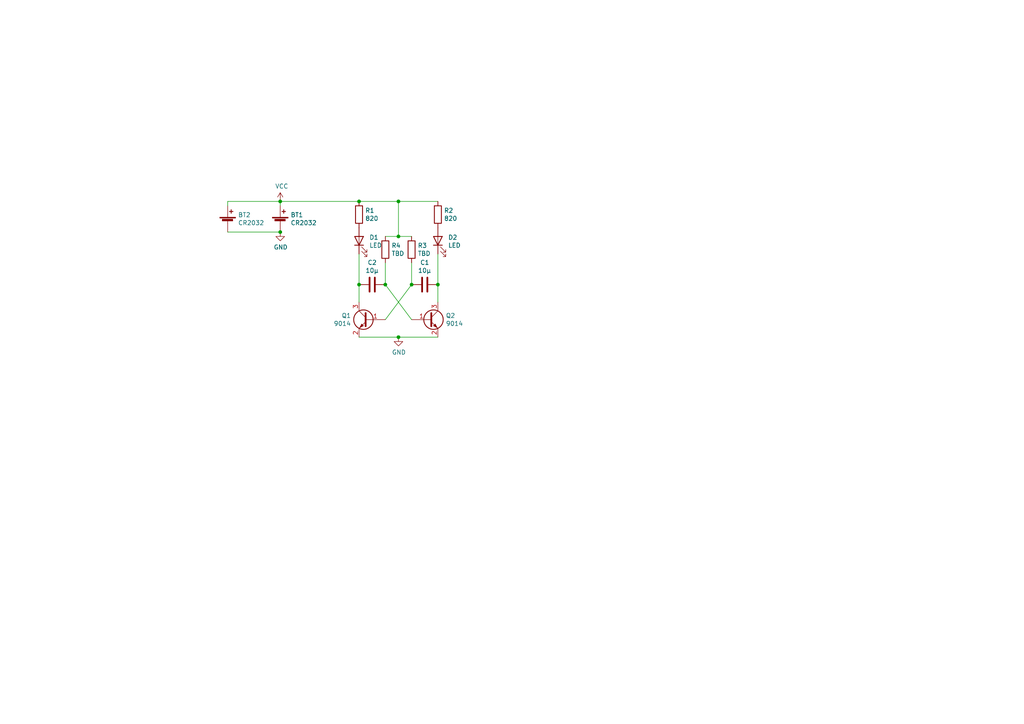
<source format=kicad_sch>
(kicad_sch (version 20230121) (generator eeschema)
  (paper "A4")
  (lib_symbols
    (symbol "Device:Battery_Cell" (pin_numbers hide) (pin_names (offset 0) hide)
      (property "Reference" "BT" (at 2.54 2.54 0))
      (property "Value" "Battery_Cell" (at 2.54 0 0))
      (symbol "Battery_Cell_0_1"
        (rectangle (start -2.286 1.778) (end 2.286 1.524) (fill (type outline)))
        (rectangle (start -1.5748 1.1938) (end 1.4732 0.6858) (fill (type outline)))
        (polyline (pts (xy 0 0.762) (xy 0 0)))
        (polyline (pts (xy 0 1.778) (xy 0 2.54)))
        (polyline (pts (xy 0.508 3.429) (xy 1.524 3.429)) (stroke (width 0.254)))
        (polyline (pts (xy 1.016 3.937) (xy 1.016 2.921)) (stroke (width 0.254)))
      )
      (symbol "Battery_Cell_1_1"
        (pin passive line (at 0 5.08 270) (length 2.54) (name "+") (number "1"))
        (pin passive line (at 0 -2.54 90) (length 2.54) (name "-") (number "2"))
      )
    )
    (symbol "Device:C" (pin_numbers hide) (pin_names (offset 0.254))
      (property "Reference" "C" (at 0.635 2.54 0))
      (property "Value" "C" (at 0.635 -2.54 0))
      (symbol "C_0_1"
        (polyline (pts (xy -2.032 -0.762) (xy 2.032 -0.762)) (stroke (width 0.508)))
        (polyline (pts (xy -2.032 0.762) (xy 2.032 0.762)) (stroke (width 0.508)))
      )
      (symbol "C_1_1"
        (pin passive line (at 0 3.81 270) (length 2.794) (name "~") (number "1"))
        (pin passive line (at 0 -3.81 90) (length 2.794) (name "~") (number "2"))
      )
    )
    (symbol "Device:LED" (pin_numbers hide) (pin_names (offset 1.016) hide)
      (property "Reference" "D" (at 0 2.54 0))
      (property "Value" "LED" (at 0 -2.54 0))
      (symbol "LED_0_1"
        (polyline (pts (xy -1.27 -1.27) (xy -1.27 1.27)) (stroke (width 0.254)))
        (polyline (pts (xy -1.27 0) (xy 1.27 0)))
        (polyline (pts (xy 1.27 -1.27) (xy 1.27 1.27) (xy -1.27 0) (xy 1.27 -1.27)) (stroke (width 0.254)))
        (polyline (pts (xy -3.048 -0.762) (xy -4.572 -2.286) (xy -3.81 -2.286) (xy -4.572 -2.286) (xy -4.572 -1.524)))
        (polyline (pts (xy -1.778 -0.762) (xy -3.302 -2.286) (xy -2.54 -2.286) (xy -3.302 -2.286) (xy -3.302 -1.524)))
      )
      (symbol "LED_1_1"
        (pin passive line (at -3.81 0 0) (length 2.54) (name "K") (number "1"))
        (pin passive line (at 3.81 0 180) (length 2.54) (name "A") (number "2"))
      )
    )
    (symbol "Device:Q_NPN_BEC" (pin_names (offset 0) hide)
      (property "Reference" "Q" (at 5.08 1.27 0))
      (property "Value" "Q_NPN_BEC" (at 5.08 -1.27 0))
      (symbol "Q_NPN_BEC_0_1"
        (polyline (pts (xy 0.635 0.635) (xy 2.54 2.54)))
        (polyline (pts (xy 0.635 -0.635) (xy 2.54 -2.54) (xy 2.54 -2.54)))
        (polyline (pts (xy 0.635 1.905) (xy 0.635 -1.905) (xy 0.635 -1.905)) (stroke (width 0.508)))
        (polyline (pts (xy 1.27 -1.778) (xy 1.778 -1.27) (xy 2.286 -2.286) (xy 1.27 -1.778) (xy 1.27 -1.778)) (fill (type outline)))
        (circle (center 1.27 0) (radius 2.8194) (stroke (width 0.254)))
      )
      (symbol "Q_NPN_BEC_1_1"
        (pin input line (at -5.08 0 0) (length 5.715) (name "B") (number "1"))
        (pin passive line (at 2.54 -5.08 90) (length 2.54) (name "E") (number "2"))
        (pin passive line (at 2.54 5.08 270) (length 2.54) (name "C") (number "3"))
      )
    )
    (symbol "Device:R" (pin_numbers hide) (pin_names (offset 0))
      (property "Reference" "R" (at 2.032 0 90))
      (property "Value" "R" (at 0 0 90))
      (symbol "R_0_1"
        (rectangle (start -1.016 -2.54) (end 1.016 2.54) (stroke (width 0.254)))
      )
      (symbol "R_1_1"
        (pin passive line (at 0 3.81 270) (length 1.27) (name "~") (number "1"))
        (pin passive line (at 0 -3.81 90) (length 1.27) (name "~") (number "2"))
      )
    )
    (symbol "power:GND" (power) (pin_names (offset 0))
      (property "Value" "GND" (at 0 -3.81 0))
      (symbol "GND_0_1"
        (polyline (pts (xy 0 0) (xy 0 -1.27) (xy 1.27 -1.27) (xy 0 -2.54) (xy -1.27 -1.27) (xy 0 -1.27)))
      )
      (symbol "GND_1_1"
        (pin power_in line (at 0 0 270) (length 0) hide (name "GND") (number "1"))
      )
    )
    (symbol "power:VCC" (power) (pin_names (offset 0))
      (property "Value" "VCC" (at 0 3.81 0))
      (symbol "VCC_0_1"
        (polyline (pts (xy -0.762 1.27) (xy 0 2.54)))
        (polyline (pts (xy 0 0) (xy 0 2.54)))
        (polyline (pts (xy 0 2.54) (xy 0.762 1.27)))
      )
      (symbol "VCC_1_1"
        (pin power_in line (at 0 0 90) (length 0) hide (name "VCC") (number "1"))
      )
    )
  )
  (junction (at 115.57 58.42))
  (junction (at 111.76 82.55))
  (junction (at 115.57 97.79))
  (junction (at 119.38 82.55))
  (junction (at 81.28 58.42))
  (junction (at 81.28 67.31))
  (junction (at 127 82.55))
  (junction (at 104.14 82.55))
  (junction (at 115.57 68.58))
  (junction (at 104.14 58.42))
  (wire (pts (xy 115.57 97.79) (xy 127 97.79)))
  (wire (pts (xy 81.28 58.42) (xy 104.14 58.42)))
  (wire (pts (xy 115.57 58.42) (xy 115.57 68.58)))
  (wire (pts (xy 111.76 82.55) (xy 111.76 76.2)))
  (wire (pts (xy 81.28 58.42) (xy 66.04 58.42)))
  (wire (pts (xy 104.14 58.42) (xy 115.57 58.42)))
  (wire (pts (xy 104.14 87.63) (xy 104.14 82.55)))
  (wire (pts (xy 115.57 58.42) (xy 127 58.42)))
  (wire (pts (xy 111.76 68.58) (xy 115.57 68.58)))
  (wire (pts (xy 81.28 58.42) (xy 81.28 59.69)))
  (wire (pts (xy 111.76 82.55) (xy 119.38 92.71)))
  (wire (pts (xy 127 82.55) (xy 127 73.66)))
  (wire (pts (xy 119.38 82.55) (xy 111.76 92.71)))
  (wire (pts (xy 81.28 67.31) (xy 66.04 67.31)))
  (wire (pts (xy 119.38 76.2) (xy 119.38 82.55)))
  (wire (pts (xy 104.14 73.66) (xy 104.14 82.55)))
  (wire (pts (xy 115.57 68.58) (xy 119.38 68.58)))
  (wire (pts (xy 104.14 97.79) (xy 115.57 97.79)))
  (wire (pts (xy 127 82.55) (xy 127 87.63)))
  (wire (pts (xy 66.04 58.42) (xy 66.04 59.69)))
  (symbol (lib_id "power:GND") (at 115.57 97.79 0) (unit 1)
    (property "Reference" "#PWR02" (effects hide))
    (property "Value" "GND" (at 115.697 102.1842 0))
  )
  (symbol (lib_id "Device:LED") (at 104.14 69.85 90) (unit 1)
    (property "Reference" "D1" (at 107.1118 68.8594 90) (effects (justify right)))
    (property "Value" "LED" (at 107.1118 71.1708 90) (effects (justify right)))
    (property "Footprint" "Diodes_SMD:D_1206" (effects hide))
    (property "Datasheet" "https://datasheet.lcsc.com/szlcsc/1910111742_EKINGLUX-E6C1206UYAC1UDA_C375459.pdf" (effects hide))
    (property "LCSC" "C375459" (effects hide))
  )
  (symbol (lib_id "Device:R") (at 104.14 62.23 0) (unit 1)
    (property "Reference" "R1" (at 105.918 61.0616 0) (effects (justify left)))
    (property "Value" "820" (at 105.918 63.373 0) (effects (justify left)))
    (property "Footprint" "Resistors_SMD:R_1206_HandSoldering" (effects hide))
    (property "Datasheet" "https://datasheet.lcsc.com/szlcsc/1910111742_Walsin-Tech-Corp-WR12X821-JTL_C383938.pdf" (effects hide))
    (property "LCSC" "C383938" (effects hide))
  )
  (symbol (lib_id "Device:C") (at 107.95 82.55 270) (unit 1)
    (property "Reference" "C2" (at 107.95 76.1492 90))
    (property "Value" "10µ" (at 107.95 78.4606 90))
    (property "Footprint" "Capacitors_SMD:C_1206_HandSoldering" (effects hide))
    (property "LCSC" "C318763" (effects hide))
  )
  (symbol (lib_id "Device:R") (at 111.76 72.39 0) (unit 1)
    (property "Reference" "R4" (at 113.538 71.2216 0) (effects (justify left)))
    (property "Value" "TBD" (at 113.538 73.533 0) (effects (justify left)))
    (property "Footprint" "Resistors_SMD:R_1206_HandSoldering" (effects hide))
  )
  (symbol (lib_id "Device:R") (at 119.38 72.39 0) (unit 1)
    (property "Reference" "R3" (at 121.158 71.2216 0) (effects (justify left)))
    (property "Value" "TBD" (at 121.158 73.533 0) (effects (justify left)))
    (property "Footprint" "Resistors_SMD:R_1206_HandSoldering" (effects hide))
  )
  (symbol (lib_id "Device:R") (at 127 62.23 0) (unit 1)
    (property "Reference" "R2" (at 128.778 61.0616 0) (effects (justify left)))
    (property "Value" "820" (at 128.778 63.373 0) (effects (justify left)))
    (property "Footprint" "Resistors_SMD:R_1206_HandSoldering" (effects hide))
    (property "Datasheet" "https://datasheet.lcsc.com/szlcsc/1910111742_Walsin-Tech-Corp-WR12X821-JTL_C383938.pdf" (effects hide))
    (property "LCSC" "C383938" (effects hide))
  )
  (symbol (lib_id "Device:LED") (at 127 69.85 90) (unit 1)
    (property "Reference" "D2" (at 129.9718 68.8594 90) (effects (justify right)))
    (property "Value" "LED" (at 129.9718 71.1708 90) (effects (justify right)))
    (property "Footprint" "Diodes_SMD:D_1206" (effects hide))
    (property "Datasheet" "https://datasheet.lcsc.com/szlcsc/1910111742_EKINGLUX-E6C1206UYAC1UDA_C375459.pdf" (effects hide))
    (property "LCSC" "C375459" (effects hide))
  )
  (symbol (lib_id "Device:C") (at 123.19 82.55 270) (unit 1)
    (property "Reference" "C1" (at 123.19 76.1492 90))
    (property "Value" "10µ" (at 123.19 78.4606 90))
    (property "Footprint" "Capacitors_SMD:C_1206_HandSoldering" (effects hide))
    (property "LCSC" "C318763" (effects hide))
  )
  (symbol (lib_id "Device:Q_NPN_BEC") (at 124.46 92.71 0) (unit 1)
    (property "Reference" "Q2" (at 129.286 91.5416 0) (effects (justify left)))
    (property "Value" "9014" (at 129.286 93.853 0) (effects (justify left)))
    (property "Footprint" "haxko-badge:SOT-23_Handsoldering" (effects hide))
    (property "Datasheet" "https://datasheet.lcsc.com/szlcsc/1811081418_Guangdong-Hottech-S9014_C181164.pdf" (effects hide))
    (property "LCSC" "C181164" (effects hide))
  )
  (symbol (lib_id "Device:Q_NPN_BEC") (at 106.68 92.71 0) (mirror y) (unit 1)
    (property "Reference" "Q1" (at 101.8286 91.5416 0) (effects (justify left)))
    (property "Value" "9014" (at 101.8286 93.853 0) (effects (justify left)))
    (property "Footprint" "haxko-badge:SOT-23_Handsoldering" (effects hide))
    (property "Datasheet" "https://datasheet.lcsc.com/szlcsc/1811081418_Guangdong-Hottech-S9014_C181164.pdf" (effects hide))
    (property "LCSC" "C181164" (effects hide))
  )
  (symbol (lib_id "power:GND") (at 81.28 67.31 0) (unit 1)
    (property "Reference" "#PWR01" (effects hide))
    (property "Value" "GND" (at 81.407 71.7042 0))
  )
  (symbol (lib_id "Device:Battery_Cell") (at 81.28 64.77 0) (unit 1)
    (property "Reference" "BT1" (at 84.2772 62.3316 0) (effects (justify left)))
    (property "Value" "CR2032" (at 84.2772 64.643 0) (effects (justify left)))
    (property "Footprint" "haxko-badge:CR2032" (effects hide))
    (property "Datasheet" "https://datasheet.lcsc.com/szlcsc/1811061923_Q-J-CR2032-BS-6-1_C70377.pdf" (effects hide))
    (property "LCSC" "C70377" (effects hide))
  )
  (symbol (lib_id "power:VCC") (at 81.28 58.42 0) (unit 1)
    (property "Reference" "#PWR0101" (effects hide))
    (property "Value" "VCC" (at 81.7118 54.0258 0))
  )
  (symbol (lib_id "Device:Battery_Cell") (at 66.04 64.77 0) (unit 1)
    (property "Reference" "BT2" (at 69.0372 62.3316 0) (effects (justify left)))
    (property "Value" "CR2032" (at 69.0372 64.643 0) (effects (justify left)))
    (property "Footprint" "haxko-badge:CR2032_Kopie" (effects hide))
    (property "Datasheet" "https://datasheet.lcsc.com/szlcsc/1810231513_Q-J-C70373_C70373.pdf" (effects hide))
    (property "LCSC" "C70373" (effects hide))
  )
)
</source>
